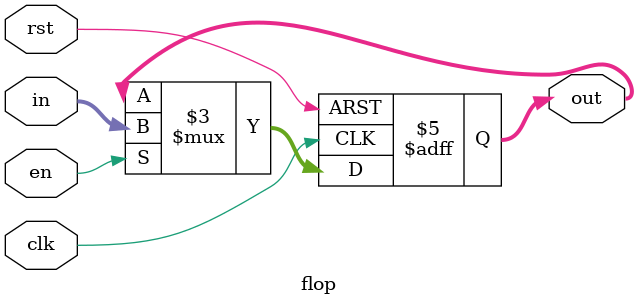
<source format=v>
module flop (
    input clk,
    input rst,
    input en,
    input [3:0] in,
    output reg [3:0] out
);

always @(posedge clk or posedge rst) begin
    if (rst)begin
        out <= 4'b0000;
    end
    else begin
        if (en)
            out <= in;
        else
            out <= out;
    end
end
endmodule
</source>
